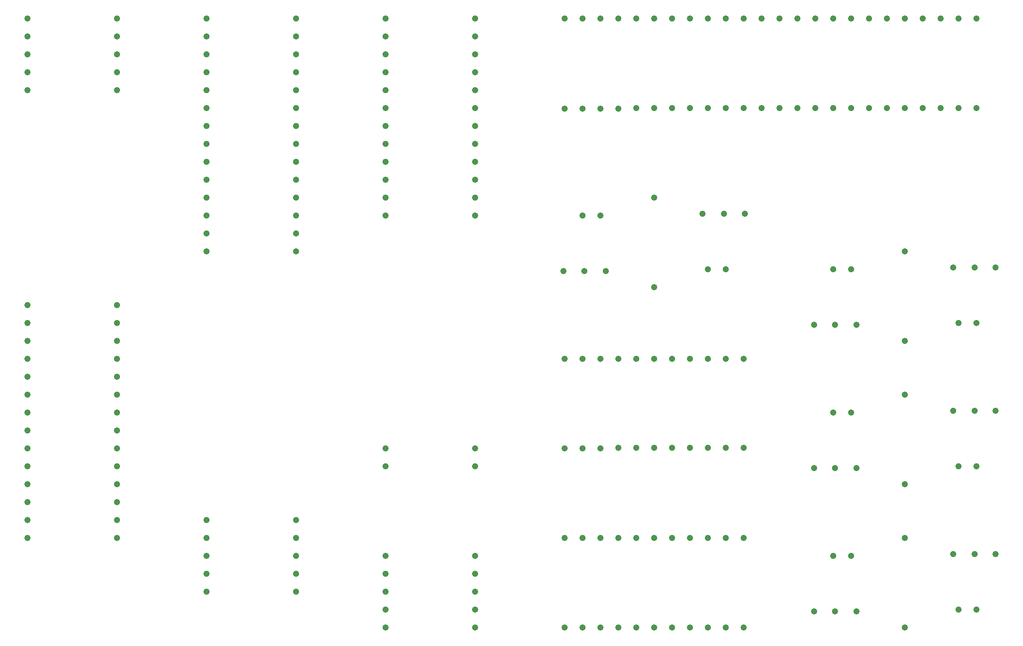
<source format=gbr>
G04 DesignSpark PCB Gerber Version 12.0 Build 5941*
G04 #@! TF.Part,Single*
G04 #@! TF.FilePolarity,Positive*
%FSLAX35Y35*%
%MOIN*%
G04 #@! TA.AperFunction,MechanicalDrill*
%ADD14C,0.03500*%
%ADD15C,0.03543*%
G04 #@! TD.AperFunction*
X0Y0D02*
D02*
D14*
X20250Y70250D03*
Y80250D03*
Y90250D03*
Y100250D03*
Y110250D03*
Y120250D03*
Y130250D03*
Y140250D03*
Y150250D03*
Y160250D03*
Y170250D03*
Y180250D03*
Y190250D03*
Y200250D03*
Y320250D03*
Y330250D03*
Y340250D03*
Y350250D03*
Y360250D03*
X70250Y70250D03*
Y80250D03*
Y90250D03*
Y100250D03*
Y110250D03*
Y120250D03*
Y130250D03*
Y140250D03*
Y150250D03*
Y160250D03*
Y170250D03*
Y180250D03*
Y190250D03*
Y200250D03*
Y320250D03*
Y330250D03*
Y340250D03*
Y350250D03*
Y360250D03*
X120250Y40250D03*
Y50250D03*
Y60250D03*
Y70250D03*
Y80250D03*
Y230250D03*
Y240250D03*
Y250250D03*
Y260250D03*
Y270250D03*
Y280250D03*
Y290250D03*
Y300250D03*
Y310250D03*
Y320250D03*
Y330250D03*
Y340250D03*
Y350250D03*
Y360250D03*
X170250Y40250D03*
Y50250D03*
Y60250D03*
Y70250D03*
Y80250D03*
Y230250D03*
Y240250D03*
Y250250D03*
Y260250D03*
Y270250D03*
Y280250D03*
Y290250D03*
Y300250D03*
Y310250D03*
Y320250D03*
Y330250D03*
Y340250D03*
Y350250D03*
Y360250D03*
X220250Y20250D03*
Y30250D03*
Y40250D03*
Y50250D03*
Y60250D03*
Y110250D03*
Y120250D03*
Y250250D03*
Y260250D03*
Y270250D03*
Y280250D03*
Y290250D03*
Y300250D03*
Y310250D03*
Y320250D03*
Y330250D03*
Y340250D03*
Y350250D03*
Y360250D03*
X270250Y20250D03*
Y30250D03*
Y40250D03*
Y50250D03*
Y60250D03*
Y110250D03*
Y120250D03*
Y250250D03*
Y260250D03*
Y270250D03*
Y280250D03*
Y290250D03*
Y300250D03*
Y310250D03*
Y320250D03*
Y330250D03*
Y340250D03*
Y350250D03*
Y360250D03*
X320250Y20250D03*
Y70250D03*
Y120250D03*
Y170250D03*
Y310015D03*
Y360250D03*
X330250Y20250D03*
Y70250D03*
Y120250D03*
Y170250D03*
Y250250D03*
Y310015D03*
Y360250D03*
X340250Y20250D03*
Y70250D03*
Y120250D03*
Y170250D03*
Y250250D03*
Y310015D03*
Y360250D03*
X350250Y20250D03*
Y70250D03*
Y120485D03*
Y170250D03*
Y310015D03*
Y360250D03*
X360250Y20250D03*
Y70250D03*
Y120485D03*
Y170250D03*
Y310250D03*
Y360250D03*
X370250Y20250D03*
Y70250D03*
Y120485D03*
Y170250D03*
Y210250D03*
Y260250D03*
Y310250D03*
Y360250D03*
X380250Y20250D03*
Y70250D03*
Y120485D03*
Y170250D03*
Y310250D03*
Y360250D03*
X390250Y20250D03*
Y70250D03*
Y120485D03*
Y170250D03*
Y310250D03*
Y360250D03*
X400250Y20250D03*
Y70250D03*
Y120485D03*
Y170250D03*
Y220250D03*
Y310250D03*
Y360250D03*
X410250Y20250D03*
Y70250D03*
Y120485D03*
Y170250D03*
Y220250D03*
Y310250D03*
Y360250D03*
X420250Y20250D03*
Y70250D03*
Y120485D03*
Y170250D03*
Y310250D03*
Y360250D03*
X430250Y310250D03*
Y360250D03*
X440250Y310250D03*
Y360250D03*
X450250Y310250D03*
Y360250D03*
X460250Y310250D03*
Y360250D03*
X470250Y60250D03*
Y140250D03*
Y220250D03*
Y310250D03*
Y360250D03*
X480250Y60250D03*
Y140250D03*
Y220250D03*
Y310250D03*
Y360250D03*
X490250Y310250D03*
Y360250D03*
X500250Y310250D03*
Y360250D03*
X510250Y20250D03*
Y70250D03*
Y100250D03*
Y150250D03*
Y180250D03*
Y230250D03*
Y310250D03*
Y360250D03*
X520250Y310250D03*
Y360250D03*
X530250Y310250D03*
Y360250D03*
X540250Y30250D03*
Y110250D03*
Y190250D03*
Y310250D03*
Y360250D03*
X550250Y30250D03*
Y110250D03*
Y190250D03*
Y310250D03*
Y360250D03*
D02*
D15*
X319541Y219305D03*
X331352D03*
X343163D03*
X397337Y251195D03*
X409148D03*
X420959D03*
X459541Y29305D03*
Y109305D03*
Y189305D03*
X471352Y29305D03*
Y109305D03*
Y189305D03*
X483163Y29305D03*
Y109305D03*
Y189305D03*
X537337Y61195D03*
Y141195D03*
Y221195D03*
X549148Y61195D03*
Y141195D03*
Y221195D03*
X560959Y61195D03*
Y141195D03*
Y221195D03*
X0Y0D02*
M02*

</source>
